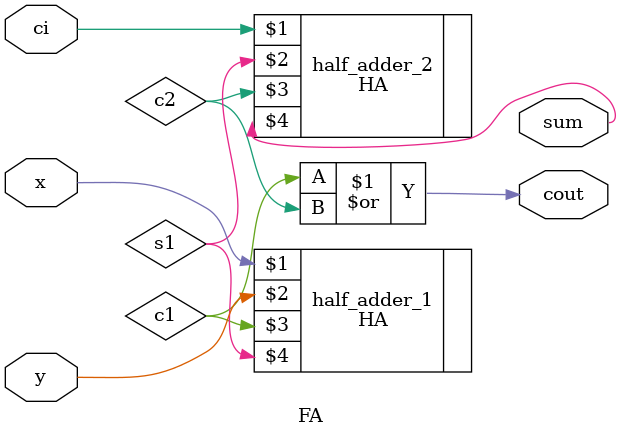
<source format=v>
`timescale 1ns / 1ps


module FA(
    input x,y,ci,
    output cout, sum
    );
    (* dont_touch="true" *)

    wire c1,s1,c2;

    HA half_adder_1 (x,y,c1,s1);
    HA half_adder_2 (ci,s1,c2,sum);
    assign cout = c1 | c2;

endmodule

</source>
